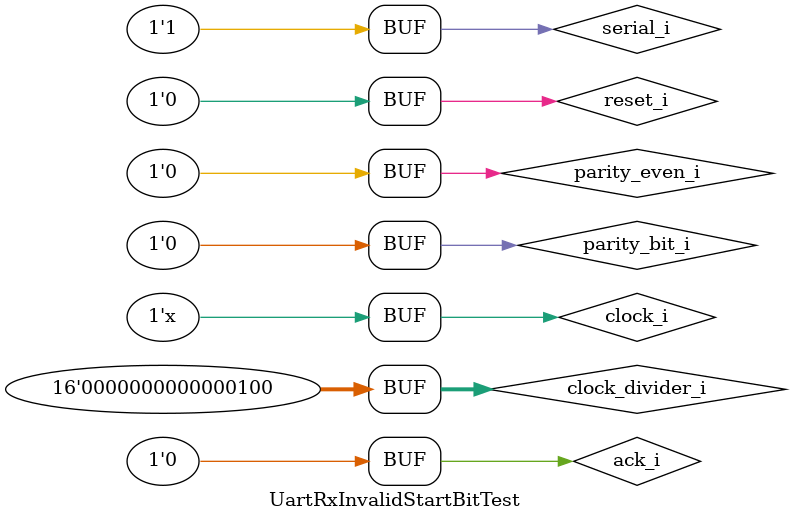
<source format=v>

module UartRxInvalidStartBitTest ();

reg reset_i = 1'b0;
reg clock_i = 1'b0;
reg ack_i = 1'b0;
reg parity_bit_i = 1'b0;
reg parity_even_i = 1'b0;
reg serial_i = 1'b1;
reg [15:0] clock_divider_i = 4;
wire [7:0] data_o;
wire ready_o;

UartRx uart_rx (
  .reset_i(reset_i),
  .clock_i(clock_i),
  .ack_i(ack_i),
  .parity_bit_i(parity_bit_i),
  .parity_even_i(parity_even_i),
  .serial_i(serial_i),
  .clock_divider_i(clock_divider_i),
  .data_o(data_o),
  .ready_o(ready_o)
);

always #1 clock_i <= ~clock_i;

initial begin
  #5 serial_i = 1'b0;
  #2 serial_i = 1'b1;
  send_packet(8'h55);
  #8 assert_data_received(8'h55);
  clear_ready_flag();
end

task send_packet;
  input [7:0] data;

  begin
    #8 serial_i <= 1'b0; // Start bit
    #8 serial_i <= data[0];
    #8 serial_i <= data[1];
    #8 serial_i <= data[2];
    #8 serial_i <= data[3];
    #8 serial_i <= data[4];
    #8 serial_i <= data[5];
    #8 serial_i <= data[6];
    #8 serial_i <= data[7];
    #8 serial_i <= 1'b1; // Stop bit
  end
endtask

task assert_data_received;
  input [7:0] data;

  begin
    if (!ready_o)
    $display("FAILED - ready_o should be high after receiving packet");

    if (data_o != data)
      $display("FAILED - data_o value should be h%x", data);
  end
endtask

task clear_ready_flag;
  begin
    ack_i = 1'b1;

    if (!ready_o)
      $display("FAILED - ready_o should stay high after receiving packet");

    #2 ack_i = 1'b0;

    if (ready_o)
      $display("FAILED - ready_o should be low after ack_i goes high");
  end
endtask

endmodule

</source>
